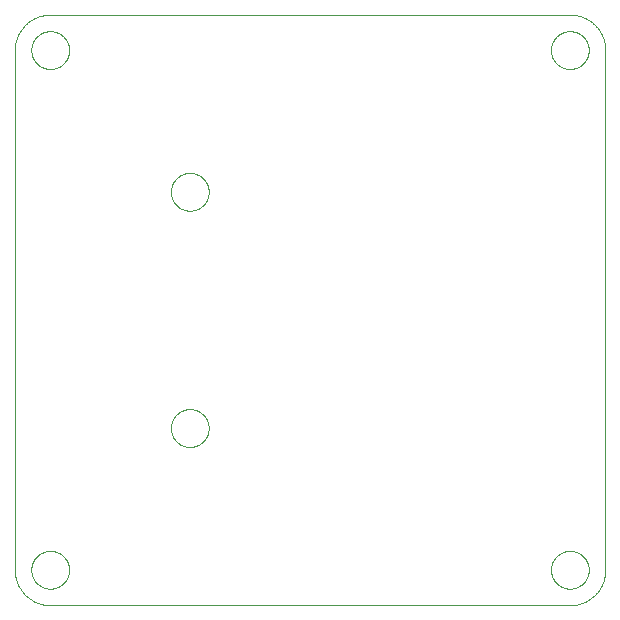
<source format=gbp>
G75*
%MOIN*%
%OFA0B0*%
%FSLAX25Y25*%
%IPPOS*%
%LPD*%
%AMOC8*
5,1,8,0,0,1.08239X$1,22.5*
%
%ADD10C,0.00000*%
D10*
X0046801Y0017535D02*
X0046801Y0190764D01*
X0052313Y0190764D02*
X0052315Y0190922D01*
X0052321Y0191080D01*
X0052331Y0191238D01*
X0052345Y0191396D01*
X0052363Y0191553D01*
X0052384Y0191710D01*
X0052410Y0191866D01*
X0052440Y0192022D01*
X0052473Y0192177D01*
X0052511Y0192330D01*
X0052552Y0192483D01*
X0052597Y0192635D01*
X0052646Y0192786D01*
X0052699Y0192935D01*
X0052755Y0193083D01*
X0052815Y0193229D01*
X0052879Y0193374D01*
X0052947Y0193517D01*
X0053018Y0193659D01*
X0053092Y0193799D01*
X0053170Y0193936D01*
X0053252Y0194072D01*
X0053336Y0194206D01*
X0053425Y0194337D01*
X0053516Y0194466D01*
X0053611Y0194593D01*
X0053708Y0194718D01*
X0053809Y0194840D01*
X0053913Y0194959D01*
X0054020Y0195076D01*
X0054130Y0195190D01*
X0054243Y0195301D01*
X0054358Y0195410D01*
X0054476Y0195515D01*
X0054597Y0195617D01*
X0054720Y0195717D01*
X0054846Y0195813D01*
X0054974Y0195906D01*
X0055104Y0195996D01*
X0055237Y0196082D01*
X0055372Y0196166D01*
X0055508Y0196245D01*
X0055647Y0196322D01*
X0055788Y0196394D01*
X0055930Y0196464D01*
X0056074Y0196529D01*
X0056220Y0196591D01*
X0056367Y0196649D01*
X0056516Y0196704D01*
X0056666Y0196755D01*
X0056817Y0196802D01*
X0056969Y0196845D01*
X0057122Y0196884D01*
X0057277Y0196920D01*
X0057432Y0196951D01*
X0057588Y0196979D01*
X0057744Y0197003D01*
X0057901Y0197023D01*
X0058059Y0197039D01*
X0058216Y0197051D01*
X0058375Y0197059D01*
X0058533Y0197063D01*
X0058691Y0197063D01*
X0058849Y0197059D01*
X0059008Y0197051D01*
X0059165Y0197039D01*
X0059323Y0197023D01*
X0059480Y0197003D01*
X0059636Y0196979D01*
X0059792Y0196951D01*
X0059947Y0196920D01*
X0060102Y0196884D01*
X0060255Y0196845D01*
X0060407Y0196802D01*
X0060558Y0196755D01*
X0060708Y0196704D01*
X0060857Y0196649D01*
X0061004Y0196591D01*
X0061150Y0196529D01*
X0061294Y0196464D01*
X0061436Y0196394D01*
X0061577Y0196322D01*
X0061716Y0196245D01*
X0061852Y0196166D01*
X0061987Y0196082D01*
X0062120Y0195996D01*
X0062250Y0195906D01*
X0062378Y0195813D01*
X0062504Y0195717D01*
X0062627Y0195617D01*
X0062748Y0195515D01*
X0062866Y0195410D01*
X0062981Y0195301D01*
X0063094Y0195190D01*
X0063204Y0195076D01*
X0063311Y0194959D01*
X0063415Y0194840D01*
X0063516Y0194718D01*
X0063613Y0194593D01*
X0063708Y0194466D01*
X0063799Y0194337D01*
X0063888Y0194206D01*
X0063972Y0194072D01*
X0064054Y0193936D01*
X0064132Y0193799D01*
X0064206Y0193659D01*
X0064277Y0193517D01*
X0064345Y0193374D01*
X0064409Y0193229D01*
X0064469Y0193083D01*
X0064525Y0192935D01*
X0064578Y0192786D01*
X0064627Y0192635D01*
X0064672Y0192483D01*
X0064713Y0192330D01*
X0064751Y0192177D01*
X0064784Y0192022D01*
X0064814Y0191866D01*
X0064840Y0191710D01*
X0064861Y0191553D01*
X0064879Y0191396D01*
X0064893Y0191238D01*
X0064903Y0191080D01*
X0064909Y0190922D01*
X0064911Y0190764D01*
X0064909Y0190606D01*
X0064903Y0190448D01*
X0064893Y0190290D01*
X0064879Y0190132D01*
X0064861Y0189975D01*
X0064840Y0189818D01*
X0064814Y0189662D01*
X0064784Y0189506D01*
X0064751Y0189351D01*
X0064713Y0189198D01*
X0064672Y0189045D01*
X0064627Y0188893D01*
X0064578Y0188742D01*
X0064525Y0188593D01*
X0064469Y0188445D01*
X0064409Y0188299D01*
X0064345Y0188154D01*
X0064277Y0188011D01*
X0064206Y0187869D01*
X0064132Y0187729D01*
X0064054Y0187592D01*
X0063972Y0187456D01*
X0063888Y0187322D01*
X0063799Y0187191D01*
X0063708Y0187062D01*
X0063613Y0186935D01*
X0063516Y0186810D01*
X0063415Y0186688D01*
X0063311Y0186569D01*
X0063204Y0186452D01*
X0063094Y0186338D01*
X0062981Y0186227D01*
X0062866Y0186118D01*
X0062748Y0186013D01*
X0062627Y0185911D01*
X0062504Y0185811D01*
X0062378Y0185715D01*
X0062250Y0185622D01*
X0062120Y0185532D01*
X0061987Y0185446D01*
X0061852Y0185362D01*
X0061716Y0185283D01*
X0061577Y0185206D01*
X0061436Y0185134D01*
X0061294Y0185064D01*
X0061150Y0184999D01*
X0061004Y0184937D01*
X0060857Y0184879D01*
X0060708Y0184824D01*
X0060558Y0184773D01*
X0060407Y0184726D01*
X0060255Y0184683D01*
X0060102Y0184644D01*
X0059947Y0184608D01*
X0059792Y0184577D01*
X0059636Y0184549D01*
X0059480Y0184525D01*
X0059323Y0184505D01*
X0059165Y0184489D01*
X0059008Y0184477D01*
X0058849Y0184469D01*
X0058691Y0184465D01*
X0058533Y0184465D01*
X0058375Y0184469D01*
X0058216Y0184477D01*
X0058059Y0184489D01*
X0057901Y0184505D01*
X0057744Y0184525D01*
X0057588Y0184549D01*
X0057432Y0184577D01*
X0057277Y0184608D01*
X0057122Y0184644D01*
X0056969Y0184683D01*
X0056817Y0184726D01*
X0056666Y0184773D01*
X0056516Y0184824D01*
X0056367Y0184879D01*
X0056220Y0184937D01*
X0056074Y0184999D01*
X0055930Y0185064D01*
X0055788Y0185134D01*
X0055647Y0185206D01*
X0055508Y0185283D01*
X0055372Y0185362D01*
X0055237Y0185446D01*
X0055104Y0185532D01*
X0054974Y0185622D01*
X0054846Y0185715D01*
X0054720Y0185811D01*
X0054597Y0185911D01*
X0054476Y0186013D01*
X0054358Y0186118D01*
X0054243Y0186227D01*
X0054130Y0186338D01*
X0054020Y0186452D01*
X0053913Y0186569D01*
X0053809Y0186688D01*
X0053708Y0186810D01*
X0053611Y0186935D01*
X0053516Y0187062D01*
X0053425Y0187191D01*
X0053336Y0187322D01*
X0053252Y0187456D01*
X0053170Y0187592D01*
X0053092Y0187729D01*
X0053018Y0187869D01*
X0052947Y0188011D01*
X0052879Y0188154D01*
X0052815Y0188299D01*
X0052755Y0188445D01*
X0052699Y0188593D01*
X0052646Y0188742D01*
X0052597Y0188893D01*
X0052552Y0189045D01*
X0052511Y0189198D01*
X0052473Y0189351D01*
X0052440Y0189506D01*
X0052410Y0189662D01*
X0052384Y0189818D01*
X0052363Y0189975D01*
X0052345Y0190132D01*
X0052331Y0190290D01*
X0052321Y0190448D01*
X0052315Y0190606D01*
X0052313Y0190764D01*
X0046801Y0190764D02*
X0046804Y0191049D01*
X0046815Y0191335D01*
X0046832Y0191620D01*
X0046856Y0191904D01*
X0046887Y0192188D01*
X0046925Y0192471D01*
X0046970Y0192752D01*
X0047021Y0193033D01*
X0047079Y0193313D01*
X0047144Y0193591D01*
X0047216Y0193867D01*
X0047294Y0194141D01*
X0047379Y0194414D01*
X0047471Y0194684D01*
X0047569Y0194952D01*
X0047673Y0195218D01*
X0047784Y0195481D01*
X0047901Y0195741D01*
X0048024Y0195999D01*
X0048154Y0196253D01*
X0048290Y0196504D01*
X0048431Y0196752D01*
X0048579Y0196996D01*
X0048732Y0197237D01*
X0048892Y0197473D01*
X0049057Y0197706D01*
X0049227Y0197935D01*
X0049403Y0198160D01*
X0049585Y0198380D01*
X0049771Y0198596D01*
X0049963Y0198807D01*
X0050160Y0199014D01*
X0050362Y0199216D01*
X0050569Y0199413D01*
X0050780Y0199605D01*
X0050996Y0199791D01*
X0051216Y0199973D01*
X0051441Y0200149D01*
X0051670Y0200319D01*
X0051903Y0200484D01*
X0052139Y0200644D01*
X0052380Y0200797D01*
X0052624Y0200945D01*
X0052872Y0201086D01*
X0053123Y0201222D01*
X0053377Y0201352D01*
X0053635Y0201475D01*
X0053895Y0201592D01*
X0054158Y0201703D01*
X0054424Y0201807D01*
X0054692Y0201905D01*
X0054962Y0201997D01*
X0055235Y0202082D01*
X0055509Y0202160D01*
X0055785Y0202232D01*
X0056063Y0202297D01*
X0056343Y0202355D01*
X0056624Y0202406D01*
X0056905Y0202451D01*
X0057188Y0202489D01*
X0057472Y0202520D01*
X0057756Y0202544D01*
X0058041Y0202561D01*
X0058327Y0202572D01*
X0058612Y0202575D01*
X0231840Y0202575D01*
X0225541Y0190764D02*
X0225543Y0190922D01*
X0225549Y0191080D01*
X0225559Y0191238D01*
X0225573Y0191396D01*
X0225591Y0191553D01*
X0225612Y0191710D01*
X0225638Y0191866D01*
X0225668Y0192022D01*
X0225701Y0192177D01*
X0225739Y0192330D01*
X0225780Y0192483D01*
X0225825Y0192635D01*
X0225874Y0192786D01*
X0225927Y0192935D01*
X0225983Y0193083D01*
X0226043Y0193229D01*
X0226107Y0193374D01*
X0226175Y0193517D01*
X0226246Y0193659D01*
X0226320Y0193799D01*
X0226398Y0193936D01*
X0226480Y0194072D01*
X0226564Y0194206D01*
X0226653Y0194337D01*
X0226744Y0194466D01*
X0226839Y0194593D01*
X0226936Y0194718D01*
X0227037Y0194840D01*
X0227141Y0194959D01*
X0227248Y0195076D01*
X0227358Y0195190D01*
X0227471Y0195301D01*
X0227586Y0195410D01*
X0227704Y0195515D01*
X0227825Y0195617D01*
X0227948Y0195717D01*
X0228074Y0195813D01*
X0228202Y0195906D01*
X0228332Y0195996D01*
X0228465Y0196082D01*
X0228600Y0196166D01*
X0228736Y0196245D01*
X0228875Y0196322D01*
X0229016Y0196394D01*
X0229158Y0196464D01*
X0229302Y0196529D01*
X0229448Y0196591D01*
X0229595Y0196649D01*
X0229744Y0196704D01*
X0229894Y0196755D01*
X0230045Y0196802D01*
X0230197Y0196845D01*
X0230350Y0196884D01*
X0230505Y0196920D01*
X0230660Y0196951D01*
X0230816Y0196979D01*
X0230972Y0197003D01*
X0231129Y0197023D01*
X0231287Y0197039D01*
X0231444Y0197051D01*
X0231603Y0197059D01*
X0231761Y0197063D01*
X0231919Y0197063D01*
X0232077Y0197059D01*
X0232236Y0197051D01*
X0232393Y0197039D01*
X0232551Y0197023D01*
X0232708Y0197003D01*
X0232864Y0196979D01*
X0233020Y0196951D01*
X0233175Y0196920D01*
X0233330Y0196884D01*
X0233483Y0196845D01*
X0233635Y0196802D01*
X0233786Y0196755D01*
X0233936Y0196704D01*
X0234085Y0196649D01*
X0234232Y0196591D01*
X0234378Y0196529D01*
X0234522Y0196464D01*
X0234664Y0196394D01*
X0234805Y0196322D01*
X0234944Y0196245D01*
X0235080Y0196166D01*
X0235215Y0196082D01*
X0235348Y0195996D01*
X0235478Y0195906D01*
X0235606Y0195813D01*
X0235732Y0195717D01*
X0235855Y0195617D01*
X0235976Y0195515D01*
X0236094Y0195410D01*
X0236209Y0195301D01*
X0236322Y0195190D01*
X0236432Y0195076D01*
X0236539Y0194959D01*
X0236643Y0194840D01*
X0236744Y0194718D01*
X0236841Y0194593D01*
X0236936Y0194466D01*
X0237027Y0194337D01*
X0237116Y0194206D01*
X0237200Y0194072D01*
X0237282Y0193936D01*
X0237360Y0193799D01*
X0237434Y0193659D01*
X0237505Y0193517D01*
X0237573Y0193374D01*
X0237637Y0193229D01*
X0237697Y0193083D01*
X0237753Y0192935D01*
X0237806Y0192786D01*
X0237855Y0192635D01*
X0237900Y0192483D01*
X0237941Y0192330D01*
X0237979Y0192177D01*
X0238012Y0192022D01*
X0238042Y0191866D01*
X0238068Y0191710D01*
X0238089Y0191553D01*
X0238107Y0191396D01*
X0238121Y0191238D01*
X0238131Y0191080D01*
X0238137Y0190922D01*
X0238139Y0190764D01*
X0238137Y0190606D01*
X0238131Y0190448D01*
X0238121Y0190290D01*
X0238107Y0190132D01*
X0238089Y0189975D01*
X0238068Y0189818D01*
X0238042Y0189662D01*
X0238012Y0189506D01*
X0237979Y0189351D01*
X0237941Y0189198D01*
X0237900Y0189045D01*
X0237855Y0188893D01*
X0237806Y0188742D01*
X0237753Y0188593D01*
X0237697Y0188445D01*
X0237637Y0188299D01*
X0237573Y0188154D01*
X0237505Y0188011D01*
X0237434Y0187869D01*
X0237360Y0187729D01*
X0237282Y0187592D01*
X0237200Y0187456D01*
X0237116Y0187322D01*
X0237027Y0187191D01*
X0236936Y0187062D01*
X0236841Y0186935D01*
X0236744Y0186810D01*
X0236643Y0186688D01*
X0236539Y0186569D01*
X0236432Y0186452D01*
X0236322Y0186338D01*
X0236209Y0186227D01*
X0236094Y0186118D01*
X0235976Y0186013D01*
X0235855Y0185911D01*
X0235732Y0185811D01*
X0235606Y0185715D01*
X0235478Y0185622D01*
X0235348Y0185532D01*
X0235215Y0185446D01*
X0235080Y0185362D01*
X0234944Y0185283D01*
X0234805Y0185206D01*
X0234664Y0185134D01*
X0234522Y0185064D01*
X0234378Y0184999D01*
X0234232Y0184937D01*
X0234085Y0184879D01*
X0233936Y0184824D01*
X0233786Y0184773D01*
X0233635Y0184726D01*
X0233483Y0184683D01*
X0233330Y0184644D01*
X0233175Y0184608D01*
X0233020Y0184577D01*
X0232864Y0184549D01*
X0232708Y0184525D01*
X0232551Y0184505D01*
X0232393Y0184489D01*
X0232236Y0184477D01*
X0232077Y0184469D01*
X0231919Y0184465D01*
X0231761Y0184465D01*
X0231603Y0184469D01*
X0231444Y0184477D01*
X0231287Y0184489D01*
X0231129Y0184505D01*
X0230972Y0184525D01*
X0230816Y0184549D01*
X0230660Y0184577D01*
X0230505Y0184608D01*
X0230350Y0184644D01*
X0230197Y0184683D01*
X0230045Y0184726D01*
X0229894Y0184773D01*
X0229744Y0184824D01*
X0229595Y0184879D01*
X0229448Y0184937D01*
X0229302Y0184999D01*
X0229158Y0185064D01*
X0229016Y0185134D01*
X0228875Y0185206D01*
X0228736Y0185283D01*
X0228600Y0185362D01*
X0228465Y0185446D01*
X0228332Y0185532D01*
X0228202Y0185622D01*
X0228074Y0185715D01*
X0227948Y0185811D01*
X0227825Y0185911D01*
X0227704Y0186013D01*
X0227586Y0186118D01*
X0227471Y0186227D01*
X0227358Y0186338D01*
X0227248Y0186452D01*
X0227141Y0186569D01*
X0227037Y0186688D01*
X0226936Y0186810D01*
X0226839Y0186935D01*
X0226744Y0187062D01*
X0226653Y0187191D01*
X0226564Y0187322D01*
X0226480Y0187456D01*
X0226398Y0187592D01*
X0226320Y0187729D01*
X0226246Y0187869D01*
X0226175Y0188011D01*
X0226107Y0188154D01*
X0226043Y0188299D01*
X0225983Y0188445D01*
X0225927Y0188593D01*
X0225874Y0188742D01*
X0225825Y0188893D01*
X0225780Y0189045D01*
X0225739Y0189198D01*
X0225701Y0189351D01*
X0225668Y0189506D01*
X0225638Y0189662D01*
X0225612Y0189818D01*
X0225591Y0189975D01*
X0225573Y0190132D01*
X0225559Y0190290D01*
X0225549Y0190448D01*
X0225543Y0190606D01*
X0225541Y0190764D01*
X0231840Y0202575D02*
X0232125Y0202572D01*
X0232411Y0202561D01*
X0232696Y0202544D01*
X0232980Y0202520D01*
X0233264Y0202489D01*
X0233547Y0202451D01*
X0233828Y0202406D01*
X0234109Y0202355D01*
X0234389Y0202297D01*
X0234667Y0202232D01*
X0234943Y0202160D01*
X0235217Y0202082D01*
X0235490Y0201997D01*
X0235760Y0201905D01*
X0236028Y0201807D01*
X0236294Y0201703D01*
X0236557Y0201592D01*
X0236817Y0201475D01*
X0237075Y0201352D01*
X0237329Y0201222D01*
X0237580Y0201086D01*
X0237828Y0200945D01*
X0238072Y0200797D01*
X0238313Y0200644D01*
X0238549Y0200484D01*
X0238782Y0200319D01*
X0239011Y0200149D01*
X0239236Y0199973D01*
X0239456Y0199791D01*
X0239672Y0199605D01*
X0239883Y0199413D01*
X0240090Y0199216D01*
X0240292Y0199014D01*
X0240489Y0198807D01*
X0240681Y0198596D01*
X0240867Y0198380D01*
X0241049Y0198160D01*
X0241225Y0197935D01*
X0241395Y0197706D01*
X0241560Y0197473D01*
X0241720Y0197237D01*
X0241873Y0196996D01*
X0242021Y0196752D01*
X0242162Y0196504D01*
X0242298Y0196253D01*
X0242428Y0195999D01*
X0242551Y0195741D01*
X0242668Y0195481D01*
X0242779Y0195218D01*
X0242883Y0194952D01*
X0242981Y0194684D01*
X0243073Y0194414D01*
X0243158Y0194141D01*
X0243236Y0193867D01*
X0243308Y0193591D01*
X0243373Y0193313D01*
X0243431Y0193033D01*
X0243482Y0192752D01*
X0243527Y0192471D01*
X0243565Y0192188D01*
X0243596Y0191904D01*
X0243620Y0191620D01*
X0243637Y0191335D01*
X0243648Y0191049D01*
X0243651Y0190764D01*
X0243651Y0017535D01*
X0225541Y0017535D02*
X0225543Y0017693D01*
X0225549Y0017851D01*
X0225559Y0018009D01*
X0225573Y0018167D01*
X0225591Y0018324D01*
X0225612Y0018481D01*
X0225638Y0018637D01*
X0225668Y0018793D01*
X0225701Y0018948D01*
X0225739Y0019101D01*
X0225780Y0019254D01*
X0225825Y0019406D01*
X0225874Y0019557D01*
X0225927Y0019706D01*
X0225983Y0019854D01*
X0226043Y0020000D01*
X0226107Y0020145D01*
X0226175Y0020288D01*
X0226246Y0020430D01*
X0226320Y0020570D01*
X0226398Y0020707D01*
X0226480Y0020843D01*
X0226564Y0020977D01*
X0226653Y0021108D01*
X0226744Y0021237D01*
X0226839Y0021364D01*
X0226936Y0021489D01*
X0227037Y0021611D01*
X0227141Y0021730D01*
X0227248Y0021847D01*
X0227358Y0021961D01*
X0227471Y0022072D01*
X0227586Y0022181D01*
X0227704Y0022286D01*
X0227825Y0022388D01*
X0227948Y0022488D01*
X0228074Y0022584D01*
X0228202Y0022677D01*
X0228332Y0022767D01*
X0228465Y0022853D01*
X0228600Y0022937D01*
X0228736Y0023016D01*
X0228875Y0023093D01*
X0229016Y0023165D01*
X0229158Y0023235D01*
X0229302Y0023300D01*
X0229448Y0023362D01*
X0229595Y0023420D01*
X0229744Y0023475D01*
X0229894Y0023526D01*
X0230045Y0023573D01*
X0230197Y0023616D01*
X0230350Y0023655D01*
X0230505Y0023691D01*
X0230660Y0023722D01*
X0230816Y0023750D01*
X0230972Y0023774D01*
X0231129Y0023794D01*
X0231287Y0023810D01*
X0231444Y0023822D01*
X0231603Y0023830D01*
X0231761Y0023834D01*
X0231919Y0023834D01*
X0232077Y0023830D01*
X0232236Y0023822D01*
X0232393Y0023810D01*
X0232551Y0023794D01*
X0232708Y0023774D01*
X0232864Y0023750D01*
X0233020Y0023722D01*
X0233175Y0023691D01*
X0233330Y0023655D01*
X0233483Y0023616D01*
X0233635Y0023573D01*
X0233786Y0023526D01*
X0233936Y0023475D01*
X0234085Y0023420D01*
X0234232Y0023362D01*
X0234378Y0023300D01*
X0234522Y0023235D01*
X0234664Y0023165D01*
X0234805Y0023093D01*
X0234944Y0023016D01*
X0235080Y0022937D01*
X0235215Y0022853D01*
X0235348Y0022767D01*
X0235478Y0022677D01*
X0235606Y0022584D01*
X0235732Y0022488D01*
X0235855Y0022388D01*
X0235976Y0022286D01*
X0236094Y0022181D01*
X0236209Y0022072D01*
X0236322Y0021961D01*
X0236432Y0021847D01*
X0236539Y0021730D01*
X0236643Y0021611D01*
X0236744Y0021489D01*
X0236841Y0021364D01*
X0236936Y0021237D01*
X0237027Y0021108D01*
X0237116Y0020977D01*
X0237200Y0020843D01*
X0237282Y0020707D01*
X0237360Y0020570D01*
X0237434Y0020430D01*
X0237505Y0020288D01*
X0237573Y0020145D01*
X0237637Y0020000D01*
X0237697Y0019854D01*
X0237753Y0019706D01*
X0237806Y0019557D01*
X0237855Y0019406D01*
X0237900Y0019254D01*
X0237941Y0019101D01*
X0237979Y0018948D01*
X0238012Y0018793D01*
X0238042Y0018637D01*
X0238068Y0018481D01*
X0238089Y0018324D01*
X0238107Y0018167D01*
X0238121Y0018009D01*
X0238131Y0017851D01*
X0238137Y0017693D01*
X0238139Y0017535D01*
X0238137Y0017377D01*
X0238131Y0017219D01*
X0238121Y0017061D01*
X0238107Y0016903D01*
X0238089Y0016746D01*
X0238068Y0016589D01*
X0238042Y0016433D01*
X0238012Y0016277D01*
X0237979Y0016122D01*
X0237941Y0015969D01*
X0237900Y0015816D01*
X0237855Y0015664D01*
X0237806Y0015513D01*
X0237753Y0015364D01*
X0237697Y0015216D01*
X0237637Y0015070D01*
X0237573Y0014925D01*
X0237505Y0014782D01*
X0237434Y0014640D01*
X0237360Y0014500D01*
X0237282Y0014363D01*
X0237200Y0014227D01*
X0237116Y0014093D01*
X0237027Y0013962D01*
X0236936Y0013833D01*
X0236841Y0013706D01*
X0236744Y0013581D01*
X0236643Y0013459D01*
X0236539Y0013340D01*
X0236432Y0013223D01*
X0236322Y0013109D01*
X0236209Y0012998D01*
X0236094Y0012889D01*
X0235976Y0012784D01*
X0235855Y0012682D01*
X0235732Y0012582D01*
X0235606Y0012486D01*
X0235478Y0012393D01*
X0235348Y0012303D01*
X0235215Y0012217D01*
X0235080Y0012133D01*
X0234944Y0012054D01*
X0234805Y0011977D01*
X0234664Y0011905D01*
X0234522Y0011835D01*
X0234378Y0011770D01*
X0234232Y0011708D01*
X0234085Y0011650D01*
X0233936Y0011595D01*
X0233786Y0011544D01*
X0233635Y0011497D01*
X0233483Y0011454D01*
X0233330Y0011415D01*
X0233175Y0011379D01*
X0233020Y0011348D01*
X0232864Y0011320D01*
X0232708Y0011296D01*
X0232551Y0011276D01*
X0232393Y0011260D01*
X0232236Y0011248D01*
X0232077Y0011240D01*
X0231919Y0011236D01*
X0231761Y0011236D01*
X0231603Y0011240D01*
X0231444Y0011248D01*
X0231287Y0011260D01*
X0231129Y0011276D01*
X0230972Y0011296D01*
X0230816Y0011320D01*
X0230660Y0011348D01*
X0230505Y0011379D01*
X0230350Y0011415D01*
X0230197Y0011454D01*
X0230045Y0011497D01*
X0229894Y0011544D01*
X0229744Y0011595D01*
X0229595Y0011650D01*
X0229448Y0011708D01*
X0229302Y0011770D01*
X0229158Y0011835D01*
X0229016Y0011905D01*
X0228875Y0011977D01*
X0228736Y0012054D01*
X0228600Y0012133D01*
X0228465Y0012217D01*
X0228332Y0012303D01*
X0228202Y0012393D01*
X0228074Y0012486D01*
X0227948Y0012582D01*
X0227825Y0012682D01*
X0227704Y0012784D01*
X0227586Y0012889D01*
X0227471Y0012998D01*
X0227358Y0013109D01*
X0227248Y0013223D01*
X0227141Y0013340D01*
X0227037Y0013459D01*
X0226936Y0013581D01*
X0226839Y0013706D01*
X0226744Y0013833D01*
X0226653Y0013962D01*
X0226564Y0014093D01*
X0226480Y0014227D01*
X0226398Y0014363D01*
X0226320Y0014500D01*
X0226246Y0014640D01*
X0226175Y0014782D01*
X0226107Y0014925D01*
X0226043Y0015070D01*
X0225983Y0015216D01*
X0225927Y0015364D01*
X0225874Y0015513D01*
X0225825Y0015664D01*
X0225780Y0015816D01*
X0225739Y0015969D01*
X0225701Y0016122D01*
X0225668Y0016277D01*
X0225638Y0016433D01*
X0225612Y0016589D01*
X0225591Y0016746D01*
X0225573Y0016903D01*
X0225559Y0017061D01*
X0225549Y0017219D01*
X0225543Y0017377D01*
X0225541Y0017535D01*
X0231840Y0005724D02*
X0232125Y0005727D01*
X0232411Y0005738D01*
X0232696Y0005755D01*
X0232980Y0005779D01*
X0233264Y0005810D01*
X0233547Y0005848D01*
X0233828Y0005893D01*
X0234109Y0005944D01*
X0234389Y0006002D01*
X0234667Y0006067D01*
X0234943Y0006139D01*
X0235217Y0006217D01*
X0235490Y0006302D01*
X0235760Y0006394D01*
X0236028Y0006492D01*
X0236294Y0006596D01*
X0236557Y0006707D01*
X0236817Y0006824D01*
X0237075Y0006947D01*
X0237329Y0007077D01*
X0237580Y0007213D01*
X0237828Y0007354D01*
X0238072Y0007502D01*
X0238313Y0007655D01*
X0238549Y0007815D01*
X0238782Y0007980D01*
X0239011Y0008150D01*
X0239236Y0008326D01*
X0239456Y0008508D01*
X0239672Y0008694D01*
X0239883Y0008886D01*
X0240090Y0009083D01*
X0240292Y0009285D01*
X0240489Y0009492D01*
X0240681Y0009703D01*
X0240867Y0009919D01*
X0241049Y0010139D01*
X0241225Y0010364D01*
X0241395Y0010593D01*
X0241560Y0010826D01*
X0241720Y0011062D01*
X0241873Y0011303D01*
X0242021Y0011547D01*
X0242162Y0011795D01*
X0242298Y0012046D01*
X0242428Y0012300D01*
X0242551Y0012558D01*
X0242668Y0012818D01*
X0242779Y0013081D01*
X0242883Y0013347D01*
X0242981Y0013615D01*
X0243073Y0013885D01*
X0243158Y0014158D01*
X0243236Y0014432D01*
X0243308Y0014708D01*
X0243373Y0014986D01*
X0243431Y0015266D01*
X0243482Y0015547D01*
X0243527Y0015828D01*
X0243565Y0016111D01*
X0243596Y0016395D01*
X0243620Y0016679D01*
X0243637Y0016964D01*
X0243648Y0017250D01*
X0243651Y0017535D01*
X0231840Y0005724D02*
X0058612Y0005724D01*
X0052313Y0017535D02*
X0052315Y0017693D01*
X0052321Y0017851D01*
X0052331Y0018009D01*
X0052345Y0018167D01*
X0052363Y0018324D01*
X0052384Y0018481D01*
X0052410Y0018637D01*
X0052440Y0018793D01*
X0052473Y0018948D01*
X0052511Y0019101D01*
X0052552Y0019254D01*
X0052597Y0019406D01*
X0052646Y0019557D01*
X0052699Y0019706D01*
X0052755Y0019854D01*
X0052815Y0020000D01*
X0052879Y0020145D01*
X0052947Y0020288D01*
X0053018Y0020430D01*
X0053092Y0020570D01*
X0053170Y0020707D01*
X0053252Y0020843D01*
X0053336Y0020977D01*
X0053425Y0021108D01*
X0053516Y0021237D01*
X0053611Y0021364D01*
X0053708Y0021489D01*
X0053809Y0021611D01*
X0053913Y0021730D01*
X0054020Y0021847D01*
X0054130Y0021961D01*
X0054243Y0022072D01*
X0054358Y0022181D01*
X0054476Y0022286D01*
X0054597Y0022388D01*
X0054720Y0022488D01*
X0054846Y0022584D01*
X0054974Y0022677D01*
X0055104Y0022767D01*
X0055237Y0022853D01*
X0055372Y0022937D01*
X0055508Y0023016D01*
X0055647Y0023093D01*
X0055788Y0023165D01*
X0055930Y0023235D01*
X0056074Y0023300D01*
X0056220Y0023362D01*
X0056367Y0023420D01*
X0056516Y0023475D01*
X0056666Y0023526D01*
X0056817Y0023573D01*
X0056969Y0023616D01*
X0057122Y0023655D01*
X0057277Y0023691D01*
X0057432Y0023722D01*
X0057588Y0023750D01*
X0057744Y0023774D01*
X0057901Y0023794D01*
X0058059Y0023810D01*
X0058216Y0023822D01*
X0058375Y0023830D01*
X0058533Y0023834D01*
X0058691Y0023834D01*
X0058849Y0023830D01*
X0059008Y0023822D01*
X0059165Y0023810D01*
X0059323Y0023794D01*
X0059480Y0023774D01*
X0059636Y0023750D01*
X0059792Y0023722D01*
X0059947Y0023691D01*
X0060102Y0023655D01*
X0060255Y0023616D01*
X0060407Y0023573D01*
X0060558Y0023526D01*
X0060708Y0023475D01*
X0060857Y0023420D01*
X0061004Y0023362D01*
X0061150Y0023300D01*
X0061294Y0023235D01*
X0061436Y0023165D01*
X0061577Y0023093D01*
X0061716Y0023016D01*
X0061852Y0022937D01*
X0061987Y0022853D01*
X0062120Y0022767D01*
X0062250Y0022677D01*
X0062378Y0022584D01*
X0062504Y0022488D01*
X0062627Y0022388D01*
X0062748Y0022286D01*
X0062866Y0022181D01*
X0062981Y0022072D01*
X0063094Y0021961D01*
X0063204Y0021847D01*
X0063311Y0021730D01*
X0063415Y0021611D01*
X0063516Y0021489D01*
X0063613Y0021364D01*
X0063708Y0021237D01*
X0063799Y0021108D01*
X0063888Y0020977D01*
X0063972Y0020843D01*
X0064054Y0020707D01*
X0064132Y0020570D01*
X0064206Y0020430D01*
X0064277Y0020288D01*
X0064345Y0020145D01*
X0064409Y0020000D01*
X0064469Y0019854D01*
X0064525Y0019706D01*
X0064578Y0019557D01*
X0064627Y0019406D01*
X0064672Y0019254D01*
X0064713Y0019101D01*
X0064751Y0018948D01*
X0064784Y0018793D01*
X0064814Y0018637D01*
X0064840Y0018481D01*
X0064861Y0018324D01*
X0064879Y0018167D01*
X0064893Y0018009D01*
X0064903Y0017851D01*
X0064909Y0017693D01*
X0064911Y0017535D01*
X0064909Y0017377D01*
X0064903Y0017219D01*
X0064893Y0017061D01*
X0064879Y0016903D01*
X0064861Y0016746D01*
X0064840Y0016589D01*
X0064814Y0016433D01*
X0064784Y0016277D01*
X0064751Y0016122D01*
X0064713Y0015969D01*
X0064672Y0015816D01*
X0064627Y0015664D01*
X0064578Y0015513D01*
X0064525Y0015364D01*
X0064469Y0015216D01*
X0064409Y0015070D01*
X0064345Y0014925D01*
X0064277Y0014782D01*
X0064206Y0014640D01*
X0064132Y0014500D01*
X0064054Y0014363D01*
X0063972Y0014227D01*
X0063888Y0014093D01*
X0063799Y0013962D01*
X0063708Y0013833D01*
X0063613Y0013706D01*
X0063516Y0013581D01*
X0063415Y0013459D01*
X0063311Y0013340D01*
X0063204Y0013223D01*
X0063094Y0013109D01*
X0062981Y0012998D01*
X0062866Y0012889D01*
X0062748Y0012784D01*
X0062627Y0012682D01*
X0062504Y0012582D01*
X0062378Y0012486D01*
X0062250Y0012393D01*
X0062120Y0012303D01*
X0061987Y0012217D01*
X0061852Y0012133D01*
X0061716Y0012054D01*
X0061577Y0011977D01*
X0061436Y0011905D01*
X0061294Y0011835D01*
X0061150Y0011770D01*
X0061004Y0011708D01*
X0060857Y0011650D01*
X0060708Y0011595D01*
X0060558Y0011544D01*
X0060407Y0011497D01*
X0060255Y0011454D01*
X0060102Y0011415D01*
X0059947Y0011379D01*
X0059792Y0011348D01*
X0059636Y0011320D01*
X0059480Y0011296D01*
X0059323Y0011276D01*
X0059165Y0011260D01*
X0059008Y0011248D01*
X0058849Y0011240D01*
X0058691Y0011236D01*
X0058533Y0011236D01*
X0058375Y0011240D01*
X0058216Y0011248D01*
X0058059Y0011260D01*
X0057901Y0011276D01*
X0057744Y0011296D01*
X0057588Y0011320D01*
X0057432Y0011348D01*
X0057277Y0011379D01*
X0057122Y0011415D01*
X0056969Y0011454D01*
X0056817Y0011497D01*
X0056666Y0011544D01*
X0056516Y0011595D01*
X0056367Y0011650D01*
X0056220Y0011708D01*
X0056074Y0011770D01*
X0055930Y0011835D01*
X0055788Y0011905D01*
X0055647Y0011977D01*
X0055508Y0012054D01*
X0055372Y0012133D01*
X0055237Y0012217D01*
X0055104Y0012303D01*
X0054974Y0012393D01*
X0054846Y0012486D01*
X0054720Y0012582D01*
X0054597Y0012682D01*
X0054476Y0012784D01*
X0054358Y0012889D01*
X0054243Y0012998D01*
X0054130Y0013109D01*
X0054020Y0013223D01*
X0053913Y0013340D01*
X0053809Y0013459D01*
X0053708Y0013581D01*
X0053611Y0013706D01*
X0053516Y0013833D01*
X0053425Y0013962D01*
X0053336Y0014093D01*
X0053252Y0014227D01*
X0053170Y0014363D01*
X0053092Y0014500D01*
X0053018Y0014640D01*
X0052947Y0014782D01*
X0052879Y0014925D01*
X0052815Y0015070D01*
X0052755Y0015216D01*
X0052699Y0015364D01*
X0052646Y0015513D01*
X0052597Y0015664D01*
X0052552Y0015816D01*
X0052511Y0015969D01*
X0052473Y0016122D01*
X0052440Y0016277D01*
X0052410Y0016433D01*
X0052384Y0016589D01*
X0052363Y0016746D01*
X0052345Y0016903D01*
X0052331Y0017061D01*
X0052321Y0017219D01*
X0052315Y0017377D01*
X0052313Y0017535D01*
X0046801Y0017535D02*
X0046804Y0017250D01*
X0046815Y0016964D01*
X0046832Y0016679D01*
X0046856Y0016395D01*
X0046887Y0016111D01*
X0046925Y0015828D01*
X0046970Y0015547D01*
X0047021Y0015266D01*
X0047079Y0014986D01*
X0047144Y0014708D01*
X0047216Y0014432D01*
X0047294Y0014158D01*
X0047379Y0013885D01*
X0047471Y0013615D01*
X0047569Y0013347D01*
X0047673Y0013081D01*
X0047784Y0012818D01*
X0047901Y0012558D01*
X0048024Y0012300D01*
X0048154Y0012046D01*
X0048290Y0011795D01*
X0048431Y0011547D01*
X0048579Y0011303D01*
X0048732Y0011062D01*
X0048892Y0010826D01*
X0049057Y0010593D01*
X0049227Y0010364D01*
X0049403Y0010139D01*
X0049585Y0009919D01*
X0049771Y0009703D01*
X0049963Y0009492D01*
X0050160Y0009285D01*
X0050362Y0009083D01*
X0050569Y0008886D01*
X0050780Y0008694D01*
X0050996Y0008508D01*
X0051216Y0008326D01*
X0051441Y0008150D01*
X0051670Y0007980D01*
X0051903Y0007815D01*
X0052139Y0007655D01*
X0052380Y0007502D01*
X0052624Y0007354D01*
X0052872Y0007213D01*
X0053123Y0007077D01*
X0053377Y0006947D01*
X0053635Y0006824D01*
X0053895Y0006707D01*
X0054158Y0006596D01*
X0054424Y0006492D01*
X0054692Y0006394D01*
X0054962Y0006302D01*
X0055235Y0006217D01*
X0055509Y0006139D01*
X0055785Y0006067D01*
X0056063Y0006002D01*
X0056343Y0005944D01*
X0056624Y0005893D01*
X0056905Y0005848D01*
X0057188Y0005810D01*
X0057472Y0005779D01*
X0057756Y0005755D01*
X0058041Y0005738D01*
X0058327Y0005727D01*
X0058612Y0005724D01*
X0098848Y0064780D02*
X0098850Y0064938D01*
X0098856Y0065096D01*
X0098866Y0065254D01*
X0098880Y0065412D01*
X0098898Y0065569D01*
X0098919Y0065726D01*
X0098945Y0065882D01*
X0098975Y0066038D01*
X0099008Y0066193D01*
X0099046Y0066346D01*
X0099087Y0066499D01*
X0099132Y0066651D01*
X0099181Y0066802D01*
X0099234Y0066951D01*
X0099290Y0067099D01*
X0099350Y0067245D01*
X0099414Y0067390D01*
X0099482Y0067533D01*
X0099553Y0067675D01*
X0099627Y0067815D01*
X0099705Y0067952D01*
X0099787Y0068088D01*
X0099871Y0068222D01*
X0099960Y0068353D01*
X0100051Y0068482D01*
X0100146Y0068609D01*
X0100243Y0068734D01*
X0100344Y0068856D01*
X0100448Y0068975D01*
X0100555Y0069092D01*
X0100665Y0069206D01*
X0100778Y0069317D01*
X0100893Y0069426D01*
X0101011Y0069531D01*
X0101132Y0069633D01*
X0101255Y0069733D01*
X0101381Y0069829D01*
X0101509Y0069922D01*
X0101639Y0070012D01*
X0101772Y0070098D01*
X0101907Y0070182D01*
X0102043Y0070261D01*
X0102182Y0070338D01*
X0102323Y0070410D01*
X0102465Y0070480D01*
X0102609Y0070545D01*
X0102755Y0070607D01*
X0102902Y0070665D01*
X0103051Y0070720D01*
X0103201Y0070771D01*
X0103352Y0070818D01*
X0103504Y0070861D01*
X0103657Y0070900D01*
X0103812Y0070936D01*
X0103967Y0070967D01*
X0104123Y0070995D01*
X0104279Y0071019D01*
X0104436Y0071039D01*
X0104594Y0071055D01*
X0104751Y0071067D01*
X0104910Y0071075D01*
X0105068Y0071079D01*
X0105226Y0071079D01*
X0105384Y0071075D01*
X0105543Y0071067D01*
X0105700Y0071055D01*
X0105858Y0071039D01*
X0106015Y0071019D01*
X0106171Y0070995D01*
X0106327Y0070967D01*
X0106482Y0070936D01*
X0106637Y0070900D01*
X0106790Y0070861D01*
X0106942Y0070818D01*
X0107093Y0070771D01*
X0107243Y0070720D01*
X0107392Y0070665D01*
X0107539Y0070607D01*
X0107685Y0070545D01*
X0107829Y0070480D01*
X0107971Y0070410D01*
X0108112Y0070338D01*
X0108251Y0070261D01*
X0108387Y0070182D01*
X0108522Y0070098D01*
X0108655Y0070012D01*
X0108785Y0069922D01*
X0108913Y0069829D01*
X0109039Y0069733D01*
X0109162Y0069633D01*
X0109283Y0069531D01*
X0109401Y0069426D01*
X0109516Y0069317D01*
X0109629Y0069206D01*
X0109739Y0069092D01*
X0109846Y0068975D01*
X0109950Y0068856D01*
X0110051Y0068734D01*
X0110148Y0068609D01*
X0110243Y0068482D01*
X0110334Y0068353D01*
X0110423Y0068222D01*
X0110507Y0068088D01*
X0110589Y0067952D01*
X0110667Y0067815D01*
X0110741Y0067675D01*
X0110812Y0067533D01*
X0110880Y0067390D01*
X0110944Y0067245D01*
X0111004Y0067099D01*
X0111060Y0066951D01*
X0111113Y0066802D01*
X0111162Y0066651D01*
X0111207Y0066499D01*
X0111248Y0066346D01*
X0111286Y0066193D01*
X0111319Y0066038D01*
X0111349Y0065882D01*
X0111375Y0065726D01*
X0111396Y0065569D01*
X0111414Y0065412D01*
X0111428Y0065254D01*
X0111438Y0065096D01*
X0111444Y0064938D01*
X0111446Y0064780D01*
X0111444Y0064622D01*
X0111438Y0064464D01*
X0111428Y0064306D01*
X0111414Y0064148D01*
X0111396Y0063991D01*
X0111375Y0063834D01*
X0111349Y0063678D01*
X0111319Y0063522D01*
X0111286Y0063367D01*
X0111248Y0063214D01*
X0111207Y0063061D01*
X0111162Y0062909D01*
X0111113Y0062758D01*
X0111060Y0062609D01*
X0111004Y0062461D01*
X0110944Y0062315D01*
X0110880Y0062170D01*
X0110812Y0062027D01*
X0110741Y0061885D01*
X0110667Y0061745D01*
X0110589Y0061608D01*
X0110507Y0061472D01*
X0110423Y0061338D01*
X0110334Y0061207D01*
X0110243Y0061078D01*
X0110148Y0060951D01*
X0110051Y0060826D01*
X0109950Y0060704D01*
X0109846Y0060585D01*
X0109739Y0060468D01*
X0109629Y0060354D01*
X0109516Y0060243D01*
X0109401Y0060134D01*
X0109283Y0060029D01*
X0109162Y0059927D01*
X0109039Y0059827D01*
X0108913Y0059731D01*
X0108785Y0059638D01*
X0108655Y0059548D01*
X0108522Y0059462D01*
X0108387Y0059378D01*
X0108251Y0059299D01*
X0108112Y0059222D01*
X0107971Y0059150D01*
X0107829Y0059080D01*
X0107685Y0059015D01*
X0107539Y0058953D01*
X0107392Y0058895D01*
X0107243Y0058840D01*
X0107093Y0058789D01*
X0106942Y0058742D01*
X0106790Y0058699D01*
X0106637Y0058660D01*
X0106482Y0058624D01*
X0106327Y0058593D01*
X0106171Y0058565D01*
X0106015Y0058541D01*
X0105858Y0058521D01*
X0105700Y0058505D01*
X0105543Y0058493D01*
X0105384Y0058485D01*
X0105226Y0058481D01*
X0105068Y0058481D01*
X0104910Y0058485D01*
X0104751Y0058493D01*
X0104594Y0058505D01*
X0104436Y0058521D01*
X0104279Y0058541D01*
X0104123Y0058565D01*
X0103967Y0058593D01*
X0103812Y0058624D01*
X0103657Y0058660D01*
X0103504Y0058699D01*
X0103352Y0058742D01*
X0103201Y0058789D01*
X0103051Y0058840D01*
X0102902Y0058895D01*
X0102755Y0058953D01*
X0102609Y0059015D01*
X0102465Y0059080D01*
X0102323Y0059150D01*
X0102182Y0059222D01*
X0102043Y0059299D01*
X0101907Y0059378D01*
X0101772Y0059462D01*
X0101639Y0059548D01*
X0101509Y0059638D01*
X0101381Y0059731D01*
X0101255Y0059827D01*
X0101132Y0059927D01*
X0101011Y0060029D01*
X0100893Y0060134D01*
X0100778Y0060243D01*
X0100665Y0060354D01*
X0100555Y0060468D01*
X0100448Y0060585D01*
X0100344Y0060704D01*
X0100243Y0060826D01*
X0100146Y0060951D01*
X0100051Y0061078D01*
X0099960Y0061207D01*
X0099871Y0061338D01*
X0099787Y0061472D01*
X0099705Y0061608D01*
X0099627Y0061745D01*
X0099553Y0061885D01*
X0099482Y0062027D01*
X0099414Y0062170D01*
X0099350Y0062315D01*
X0099290Y0062461D01*
X0099234Y0062609D01*
X0099181Y0062758D01*
X0099132Y0062909D01*
X0099087Y0063061D01*
X0099046Y0063214D01*
X0099008Y0063367D01*
X0098975Y0063522D01*
X0098945Y0063678D01*
X0098919Y0063834D01*
X0098898Y0063991D01*
X0098880Y0064148D01*
X0098866Y0064306D01*
X0098856Y0064464D01*
X0098850Y0064622D01*
X0098848Y0064780D01*
X0098848Y0143520D02*
X0098850Y0143678D01*
X0098856Y0143836D01*
X0098866Y0143994D01*
X0098880Y0144152D01*
X0098898Y0144309D01*
X0098919Y0144466D01*
X0098945Y0144622D01*
X0098975Y0144778D01*
X0099008Y0144933D01*
X0099046Y0145086D01*
X0099087Y0145239D01*
X0099132Y0145391D01*
X0099181Y0145542D01*
X0099234Y0145691D01*
X0099290Y0145839D01*
X0099350Y0145985D01*
X0099414Y0146130D01*
X0099482Y0146273D01*
X0099553Y0146415D01*
X0099627Y0146555D01*
X0099705Y0146692D01*
X0099787Y0146828D01*
X0099871Y0146962D01*
X0099960Y0147093D01*
X0100051Y0147222D01*
X0100146Y0147349D01*
X0100243Y0147474D01*
X0100344Y0147596D01*
X0100448Y0147715D01*
X0100555Y0147832D01*
X0100665Y0147946D01*
X0100778Y0148057D01*
X0100893Y0148166D01*
X0101011Y0148271D01*
X0101132Y0148373D01*
X0101255Y0148473D01*
X0101381Y0148569D01*
X0101509Y0148662D01*
X0101639Y0148752D01*
X0101772Y0148838D01*
X0101907Y0148922D01*
X0102043Y0149001D01*
X0102182Y0149078D01*
X0102323Y0149150D01*
X0102465Y0149220D01*
X0102609Y0149285D01*
X0102755Y0149347D01*
X0102902Y0149405D01*
X0103051Y0149460D01*
X0103201Y0149511D01*
X0103352Y0149558D01*
X0103504Y0149601D01*
X0103657Y0149640D01*
X0103812Y0149676D01*
X0103967Y0149707D01*
X0104123Y0149735D01*
X0104279Y0149759D01*
X0104436Y0149779D01*
X0104594Y0149795D01*
X0104751Y0149807D01*
X0104910Y0149815D01*
X0105068Y0149819D01*
X0105226Y0149819D01*
X0105384Y0149815D01*
X0105543Y0149807D01*
X0105700Y0149795D01*
X0105858Y0149779D01*
X0106015Y0149759D01*
X0106171Y0149735D01*
X0106327Y0149707D01*
X0106482Y0149676D01*
X0106637Y0149640D01*
X0106790Y0149601D01*
X0106942Y0149558D01*
X0107093Y0149511D01*
X0107243Y0149460D01*
X0107392Y0149405D01*
X0107539Y0149347D01*
X0107685Y0149285D01*
X0107829Y0149220D01*
X0107971Y0149150D01*
X0108112Y0149078D01*
X0108251Y0149001D01*
X0108387Y0148922D01*
X0108522Y0148838D01*
X0108655Y0148752D01*
X0108785Y0148662D01*
X0108913Y0148569D01*
X0109039Y0148473D01*
X0109162Y0148373D01*
X0109283Y0148271D01*
X0109401Y0148166D01*
X0109516Y0148057D01*
X0109629Y0147946D01*
X0109739Y0147832D01*
X0109846Y0147715D01*
X0109950Y0147596D01*
X0110051Y0147474D01*
X0110148Y0147349D01*
X0110243Y0147222D01*
X0110334Y0147093D01*
X0110423Y0146962D01*
X0110507Y0146828D01*
X0110589Y0146692D01*
X0110667Y0146555D01*
X0110741Y0146415D01*
X0110812Y0146273D01*
X0110880Y0146130D01*
X0110944Y0145985D01*
X0111004Y0145839D01*
X0111060Y0145691D01*
X0111113Y0145542D01*
X0111162Y0145391D01*
X0111207Y0145239D01*
X0111248Y0145086D01*
X0111286Y0144933D01*
X0111319Y0144778D01*
X0111349Y0144622D01*
X0111375Y0144466D01*
X0111396Y0144309D01*
X0111414Y0144152D01*
X0111428Y0143994D01*
X0111438Y0143836D01*
X0111444Y0143678D01*
X0111446Y0143520D01*
X0111444Y0143362D01*
X0111438Y0143204D01*
X0111428Y0143046D01*
X0111414Y0142888D01*
X0111396Y0142731D01*
X0111375Y0142574D01*
X0111349Y0142418D01*
X0111319Y0142262D01*
X0111286Y0142107D01*
X0111248Y0141954D01*
X0111207Y0141801D01*
X0111162Y0141649D01*
X0111113Y0141498D01*
X0111060Y0141349D01*
X0111004Y0141201D01*
X0110944Y0141055D01*
X0110880Y0140910D01*
X0110812Y0140767D01*
X0110741Y0140625D01*
X0110667Y0140485D01*
X0110589Y0140348D01*
X0110507Y0140212D01*
X0110423Y0140078D01*
X0110334Y0139947D01*
X0110243Y0139818D01*
X0110148Y0139691D01*
X0110051Y0139566D01*
X0109950Y0139444D01*
X0109846Y0139325D01*
X0109739Y0139208D01*
X0109629Y0139094D01*
X0109516Y0138983D01*
X0109401Y0138874D01*
X0109283Y0138769D01*
X0109162Y0138667D01*
X0109039Y0138567D01*
X0108913Y0138471D01*
X0108785Y0138378D01*
X0108655Y0138288D01*
X0108522Y0138202D01*
X0108387Y0138118D01*
X0108251Y0138039D01*
X0108112Y0137962D01*
X0107971Y0137890D01*
X0107829Y0137820D01*
X0107685Y0137755D01*
X0107539Y0137693D01*
X0107392Y0137635D01*
X0107243Y0137580D01*
X0107093Y0137529D01*
X0106942Y0137482D01*
X0106790Y0137439D01*
X0106637Y0137400D01*
X0106482Y0137364D01*
X0106327Y0137333D01*
X0106171Y0137305D01*
X0106015Y0137281D01*
X0105858Y0137261D01*
X0105700Y0137245D01*
X0105543Y0137233D01*
X0105384Y0137225D01*
X0105226Y0137221D01*
X0105068Y0137221D01*
X0104910Y0137225D01*
X0104751Y0137233D01*
X0104594Y0137245D01*
X0104436Y0137261D01*
X0104279Y0137281D01*
X0104123Y0137305D01*
X0103967Y0137333D01*
X0103812Y0137364D01*
X0103657Y0137400D01*
X0103504Y0137439D01*
X0103352Y0137482D01*
X0103201Y0137529D01*
X0103051Y0137580D01*
X0102902Y0137635D01*
X0102755Y0137693D01*
X0102609Y0137755D01*
X0102465Y0137820D01*
X0102323Y0137890D01*
X0102182Y0137962D01*
X0102043Y0138039D01*
X0101907Y0138118D01*
X0101772Y0138202D01*
X0101639Y0138288D01*
X0101509Y0138378D01*
X0101381Y0138471D01*
X0101255Y0138567D01*
X0101132Y0138667D01*
X0101011Y0138769D01*
X0100893Y0138874D01*
X0100778Y0138983D01*
X0100665Y0139094D01*
X0100555Y0139208D01*
X0100448Y0139325D01*
X0100344Y0139444D01*
X0100243Y0139566D01*
X0100146Y0139691D01*
X0100051Y0139818D01*
X0099960Y0139947D01*
X0099871Y0140078D01*
X0099787Y0140212D01*
X0099705Y0140348D01*
X0099627Y0140485D01*
X0099553Y0140625D01*
X0099482Y0140767D01*
X0099414Y0140910D01*
X0099350Y0141055D01*
X0099290Y0141201D01*
X0099234Y0141349D01*
X0099181Y0141498D01*
X0099132Y0141649D01*
X0099087Y0141801D01*
X0099046Y0141954D01*
X0099008Y0142107D01*
X0098975Y0142262D01*
X0098945Y0142418D01*
X0098919Y0142574D01*
X0098898Y0142731D01*
X0098880Y0142888D01*
X0098866Y0143046D01*
X0098856Y0143204D01*
X0098850Y0143362D01*
X0098848Y0143520D01*
M02*

</source>
